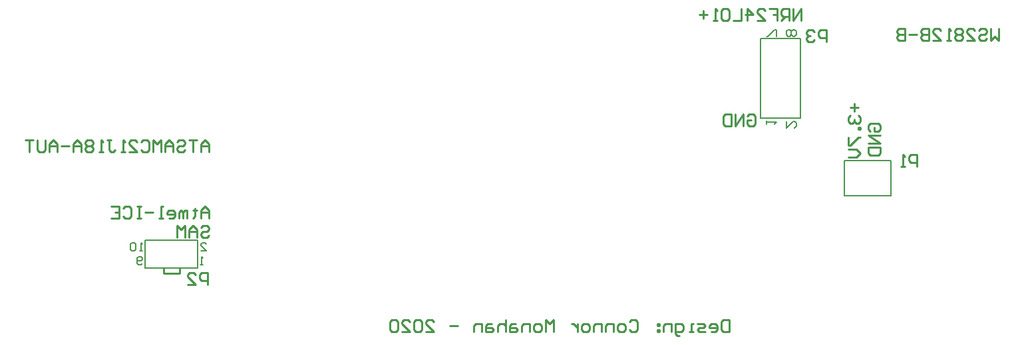
<source format=gbo>
G04*
G04 #@! TF.GenerationSoftware,Altium Limited,Altium Designer,20.1.14 (287)*
G04*
G04 Layer_Color=32896*
%FSLAX25Y25*%
%MOIN*%
G70*
G04*
G04 #@! TF.SameCoordinates,FB09635C-FFB3-414F-8314-2C795C5734A7*
G04*
G04*
G04 #@! TF.FilePolarity,Positive*
G04*
G01*
G75*
%ADD12C,0.00787*%
%ADD13C,0.01000*%
%ADD55C,0.00600*%
%ADD56C,0.00800*%
D12*
X102313Y44970D02*
X128494D01*
X102313Y58947D02*
X128494D01*
Y44970D02*
Y58947D01*
X102313Y44970D02*
Y58947D01*
X452658Y81299D02*
X475886D01*
X452658D02*
Y99016D01*
X475886Y81299D02*
Y99016D01*
X452658D02*
X475886D01*
X410345Y120295D02*
Y160295D01*
X430344Y120295D02*
Y160295D01*
X410345Y120295D02*
X430344D01*
X410345Y160295D02*
X430344D01*
D13*
X119031Y44772D02*
X119397D01*
X111443Y44771D02*
X111501Y44712D01*
X119397Y42207D02*
Y44772D01*
X119366Y42177D02*
X119397Y42207D01*
X111518Y42177D02*
X119366D01*
X111501Y42193D02*
X111518Y42177D01*
X111501Y42193D02*
Y44712D01*
X134187Y69948D02*
Y73947D01*
X132188Y75946D01*
X130188Y73947D01*
Y69948D01*
Y72947D01*
X134187D01*
X127189Y74946D02*
Y73947D01*
X128189D01*
X126190D01*
X127189D01*
Y70948D01*
X126190Y69948D01*
X123191D02*
Y73947D01*
X122191D01*
X121191Y72947D01*
Y69948D01*
Y72947D01*
X120192Y73947D01*
X119192Y72947D01*
Y69948D01*
X114193D02*
X116193D01*
X117192Y70948D01*
Y72947D01*
X116193Y73947D01*
X114193D01*
X113194Y72947D01*
Y71947D01*
X117192D01*
X111195Y69948D02*
X109195D01*
X110195D01*
Y75946D01*
X111195D01*
X106196Y72947D02*
X102197D01*
X100198Y75946D02*
X98199D01*
X99198D01*
Y69948D01*
X100198D01*
X98199D01*
X91201Y74946D02*
X92201Y75946D01*
X94200D01*
X95200Y74946D01*
Y70948D01*
X94200Y69948D01*
X92201D01*
X91201Y70948D01*
X85203Y75946D02*
X89202D01*
Y69948D01*
X85203D01*
X89202Y72947D02*
X87202D01*
X130188Y65349D02*
X131188Y66348D01*
X133187D01*
X134187Y65349D01*
Y64349D01*
X133187Y63349D01*
X131188D01*
X130188Y62350D01*
Y61350D01*
X131188Y60350D01*
X133187D01*
X134187Y61350D01*
X128189Y60350D02*
Y64349D01*
X126190Y66348D01*
X124190Y64349D01*
Y60350D01*
Y63349D01*
X128189D01*
X122191Y60350D02*
Y66348D01*
X120192Y64349D01*
X118192Y66348D01*
Y60350D01*
X394669Y18889D02*
Y12891D01*
X391670D01*
X390671Y13891D01*
Y17889D01*
X391670Y18889D01*
X394669D01*
X385672Y12891D02*
X387671D01*
X388671Y13891D01*
Y15890D01*
X387671Y16890D01*
X385672D01*
X384672Y15890D01*
Y14890D01*
X388671D01*
X382673Y12891D02*
X379674D01*
X378675Y13891D01*
X379674Y14890D01*
X381674D01*
X382673Y15890D01*
X381674Y16890D01*
X378675D01*
X376675Y12891D02*
X374676D01*
X375675D01*
Y16890D01*
X376675D01*
X369677Y10892D02*
X368678D01*
X367678Y11891D01*
Y16890D01*
X370677D01*
X371677Y15890D01*
Y13891D01*
X370677Y12891D01*
X367678D01*
X365679D02*
Y16890D01*
X362680D01*
X361680Y15890D01*
Y12891D01*
X359681Y16890D02*
X358681D01*
Y15890D01*
X359681D01*
Y16890D01*
Y13891D02*
X358681D01*
Y12891D01*
X359681D01*
Y13891D01*
X344686Y17889D02*
X345685Y18889D01*
X347685D01*
X348684Y17889D01*
Y13891D01*
X347685Y12891D01*
X345685D01*
X344686Y13891D01*
X341686Y12891D02*
X339687D01*
X338687Y13891D01*
Y15890D01*
X339687Y16890D01*
X341686D01*
X342686Y15890D01*
Y13891D01*
X341686Y12891D01*
X336688D02*
Y16890D01*
X333689D01*
X332689Y15890D01*
Y12891D01*
X330690D02*
Y16890D01*
X327691D01*
X326691Y15890D01*
Y12891D01*
X323692D02*
X321693D01*
X320693Y13891D01*
Y15890D01*
X321693Y16890D01*
X323692D01*
X324692Y15890D01*
Y13891D01*
X323692Y12891D01*
X318694Y16890D02*
Y12891D01*
Y14890D01*
X317694Y15890D01*
X316694Y16890D01*
X315695D01*
X306698Y12891D02*
Y18889D01*
X304698Y16890D01*
X302699Y18889D01*
Y12891D01*
X299700D02*
X297701D01*
X296701Y13891D01*
Y15890D01*
X297701Y16890D01*
X299700D01*
X300700Y15890D01*
Y13891D01*
X299700Y12891D01*
X294702D02*
Y16890D01*
X291703D01*
X290703Y15890D01*
Y12891D01*
X287704Y16890D02*
X285704D01*
X284705Y15890D01*
Y12891D01*
X287704D01*
X288704Y13891D01*
X287704Y14890D01*
X284705D01*
X282705Y18889D02*
Y12891D01*
Y15890D01*
X281706Y16890D01*
X279707D01*
X278707Y15890D01*
Y12891D01*
X275708Y16890D02*
X273708D01*
X272709Y15890D01*
Y12891D01*
X275708D01*
X276708Y13891D01*
X275708Y14890D01*
X272709D01*
X270709Y12891D02*
Y16890D01*
X267710D01*
X266711Y15890D01*
Y12891D01*
X258713Y15890D02*
X254715D01*
X242718Y12891D02*
X246717D01*
X242718Y16890D01*
Y17889D01*
X243718Y18889D01*
X245718D01*
X246717Y17889D01*
X240719D02*
X239719Y18889D01*
X237720D01*
X236720Y17889D01*
Y13891D01*
X237720Y12891D01*
X239719D01*
X240719Y13891D01*
Y17889D01*
X230722Y12891D02*
X234721D01*
X230722Y16890D01*
Y17889D01*
X231722Y18889D01*
X233721D01*
X234721Y17889D01*
X228723D02*
X227723Y18889D01*
X225724D01*
X224724Y17889D01*
Y13891D01*
X225724Y12891D01*
X227723D01*
X228723Y13891D01*
Y17889D01*
X134187Y103215D02*
Y107213D01*
X132188Y109213D01*
X130188Y107213D01*
Y103215D01*
Y106214D01*
X134187D01*
X128189Y109213D02*
X124190D01*
X126190D01*
Y103215D01*
X118192Y108213D02*
X119192Y109213D01*
X121191D01*
X122191Y108213D01*
Y107213D01*
X121191Y106214D01*
X119192D01*
X118192Y105214D01*
Y104214D01*
X119192Y103215D01*
X121191D01*
X122191Y104214D01*
X116193Y103215D02*
Y107213D01*
X114193Y109213D01*
X112194Y107213D01*
Y103215D01*
Y106214D01*
X116193D01*
X110195Y103215D02*
Y109213D01*
X108195Y107213D01*
X106196Y109213D01*
Y103215D01*
X100198Y108213D02*
X101198Y109213D01*
X103197D01*
X104197Y108213D01*
Y104214D01*
X103197Y103215D01*
X101198D01*
X100198Y104214D01*
X94200Y103215D02*
X98199D01*
X94200Y107213D01*
Y108213D01*
X95200Y109213D01*
X97199D01*
X98199Y108213D01*
X92201Y103215D02*
X90201D01*
X91201D01*
Y109213D01*
X92201Y108213D01*
X83204Y109213D02*
X85203D01*
X84203D01*
Y104214D01*
X85203Y103215D01*
X86203D01*
X87202Y104214D01*
X81204Y103215D02*
X79205D01*
X80204D01*
Y109213D01*
X81204Y108213D01*
X76206D02*
X75206Y109213D01*
X73207D01*
X72207Y108213D01*
Y107213D01*
X73207Y106214D01*
X72207Y105214D01*
Y104214D01*
X73207Y103215D01*
X75206D01*
X76206Y104214D01*
Y105214D01*
X75206Y106214D01*
X76206Y107213D01*
Y108213D01*
X75206Y106214D02*
X73207D01*
X70208Y103215D02*
Y107213D01*
X68208Y109213D01*
X66209Y107213D01*
Y103215D01*
Y106214D01*
X70208D01*
X64210D02*
X60211D01*
X58212Y103215D02*
Y107213D01*
X56212Y109213D01*
X54213Y107213D01*
Y103215D01*
Y106214D01*
X58212D01*
X52214Y109213D02*
Y104214D01*
X51214Y103215D01*
X49215D01*
X48215Y104214D01*
Y109213D01*
X46216D02*
X42217D01*
X44216D01*
Y103215D01*
X529856Y165266D02*
Y159268D01*
X527857Y161267D01*
X525858Y159268D01*
Y165266D01*
X519860Y164266D02*
X520859Y165266D01*
X522859D01*
X523858Y164266D01*
Y163266D01*
X522859Y162267D01*
X520859D01*
X519860Y161267D01*
Y160267D01*
X520859Y159268D01*
X522859D01*
X523858Y160267D01*
X513862Y159268D02*
X517860D01*
X513862Y163266D01*
Y164266D01*
X514861Y165266D01*
X516860D01*
X517860Y164266D01*
X511862D02*
X510862Y165266D01*
X508863D01*
X507863Y164266D01*
Y163266D01*
X508863Y162267D01*
X507863Y161267D01*
Y160267D01*
X508863Y159268D01*
X510862D01*
X511862Y160267D01*
Y161267D01*
X510862Y162267D01*
X511862Y163266D01*
Y164266D01*
X510862Y162267D02*
X508863D01*
X505864Y159268D02*
X503865D01*
X504864D01*
Y165266D01*
X505864Y164266D01*
X496867Y159268D02*
X500866D01*
X496867Y163266D01*
Y164266D01*
X497867Y165266D01*
X499866D01*
X500866Y164266D01*
X494868Y165266D02*
Y159268D01*
X491869D01*
X490869Y160267D01*
Y161267D01*
X491869Y162267D01*
X494868D01*
X491869D01*
X490869Y163266D01*
Y164266D01*
X491869Y165266D01*
X494868D01*
X488870Y162267D02*
X484871D01*
X482871Y165266D02*
Y159268D01*
X479873D01*
X478873Y160267D01*
Y161267D01*
X479873Y162267D01*
X482871D01*
X479873D01*
X478873Y163266D01*
Y164266D01*
X479873Y165266D01*
X482871D01*
X430939Y169159D02*
Y175157D01*
X426940Y169159D01*
Y175157D01*
X424941Y169159D02*
Y175157D01*
X421942D01*
X420942Y174158D01*
Y172159D01*
X421942Y171159D01*
X424941D01*
X422942D02*
X420942Y169159D01*
X414944Y175157D02*
X418943D01*
Y172159D01*
X416944D01*
X418943D01*
Y169159D01*
X408946D02*
X412945D01*
X408946Y173158D01*
Y174158D01*
X409946Y175157D01*
X411945D01*
X412945Y174158D01*
X403948Y169159D02*
Y175157D01*
X406947Y172159D01*
X402948D01*
X400949Y175157D02*
Y169159D01*
X396950D01*
X394951Y174158D02*
X393951Y175157D01*
X391952D01*
X390952Y174158D01*
Y170159D01*
X391952Y169159D01*
X393951D01*
X394951Y170159D01*
Y174158D01*
X388953Y169159D02*
X386953D01*
X387953D01*
Y175157D01*
X388953Y174158D01*
X383954Y172159D02*
X379956D01*
X381955Y174158D02*
Y170159D01*
X403860Y121402D02*
X404859Y122402D01*
X406859D01*
X407858Y121402D01*
Y117403D01*
X406859Y116403D01*
X404859D01*
X403860Y117403D01*
Y119403D01*
X405859D01*
X401860Y116403D02*
Y122402D01*
X397862Y116403D01*
Y122402D01*
X395862D02*
Y116403D01*
X392863D01*
X391863Y117403D01*
Y121402D01*
X392863Y122402D01*
X395862D01*
X465508Y113702D02*
X464508Y114702D01*
Y116701D01*
X465508Y117701D01*
X469506D01*
X470506Y116701D01*
Y114702D01*
X469506Y113702D01*
X467507D01*
Y115701D01*
X470506Y111703D02*
X464508D01*
X470506Y107704D01*
X464508D01*
Y105705D02*
X470506D01*
Y102706D01*
X469506Y101706D01*
X465508D01*
X464508Y102706D01*
Y105705D01*
X457507Y127593D02*
Y123594D01*
X455508Y125593D02*
X459506D01*
X455508Y121595D02*
X454508Y120595D01*
Y118595D01*
X455508Y117596D01*
X456507D01*
X457507Y118595D01*
Y119595D01*
Y118595D01*
X458507Y117596D01*
X459506D01*
X460506Y118595D01*
Y120595D01*
X459506Y121595D01*
X460506Y115596D02*
X459506D01*
Y114597D01*
X460506D01*
Y115596D01*
X454508Y110598D02*
Y106599D01*
X455508D01*
X459506Y110598D01*
X460506D01*
X454508Y104600D02*
X458507D01*
X460506Y102601D01*
X458507Y100601D01*
X454508D01*
X488694Y95918D02*
Y101916D01*
X485695D01*
X484695Y100917D01*
Y98917D01*
X485695Y97918D01*
X488694D01*
X482695Y95918D02*
X480696D01*
X481696D01*
Y101916D01*
X482695Y100917D01*
X443532Y158566D02*
Y164564D01*
X440533D01*
X439533Y163564D01*
Y161565D01*
X440533Y160565D01*
X443532D01*
X437534Y163564D02*
X436534Y164564D01*
X434535D01*
X433535Y163564D01*
Y162565D01*
X434535Y161565D01*
X435534D01*
X434535D01*
X433535Y160565D01*
Y159566D01*
X434535Y158566D01*
X436534D01*
X437534Y159566D01*
X133591Y36568D02*
Y42566D01*
X130592D01*
X129592Y41566D01*
Y39567D01*
X130592Y38567D01*
X133591D01*
X123594Y36568D02*
X127593D01*
X123594Y40567D01*
Y41566D01*
X124594Y42566D01*
X126593D01*
X127593Y41566D01*
D55*
X130080Y53533D02*
X132746D01*
X130080Y56199D01*
Y56866D01*
X130747Y57532D01*
X132080D01*
X132746Y56866D01*
X131171Y46447D02*
X129838D01*
X130505D01*
Y50445D01*
X131171Y49779D01*
X100817Y53533D02*
X99484D01*
X100151D01*
Y57532D01*
X100817Y56866D01*
X97485D02*
X96818Y57532D01*
X95485D01*
X94819Y56866D01*
Y54200D01*
X95485Y53533D01*
X96818D01*
X97485Y54200D01*
Y56866D01*
X100817Y47113D02*
X100151Y46447D01*
X98818D01*
X98151Y47113D01*
Y49779D01*
X98818Y50445D01*
X100151D01*
X100817Y49779D01*
Y49113D01*
X100151Y48446D01*
X98151D01*
D56*
X423345Y118628D02*
Y115295D01*
X426677Y118628D01*
X427510D01*
X428343Y117795D01*
Y116128D01*
X427510Y115295D01*
X413344Y117295D02*
Y118961D01*
Y118128D01*
X418343D01*
X417510Y117295D01*
X418343Y161295D02*
Y164628D01*
X417510D01*
X414178Y161295D01*
X413344D01*
X427510D02*
X428343Y162128D01*
Y163795D01*
X427510Y164628D01*
X426677D01*
X425844Y163795D01*
X425011Y164628D01*
X424178D01*
X423345Y163795D01*
Y162128D01*
X424178Y161295D01*
X425011D01*
X425844Y162128D01*
X426677Y161295D01*
X427510D01*
X425844Y162128D02*
Y163795D01*
M02*

</source>
